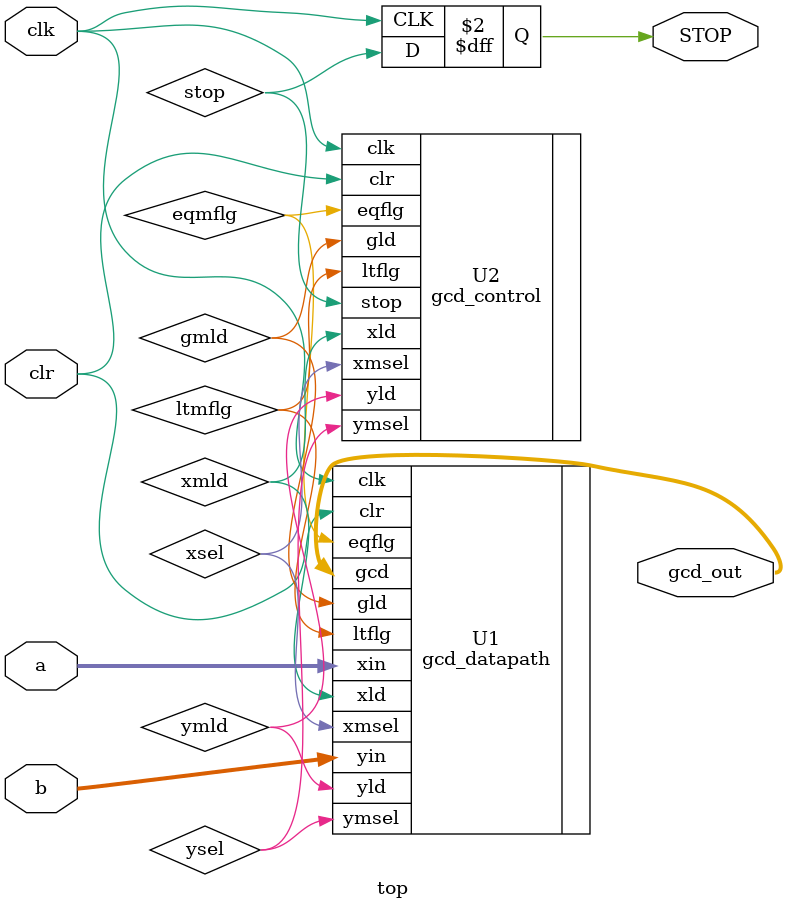
<source format=v>
`timescale 1ns / 1ps

module top(
           input [31:0] a,b,
           output [31:0] gcd_out,
           output reg STOP,
           input clk, clr
           );
           
wire xsel, ysel, xmld, ymld, gmld, eqmflg, ltmflg;
wire stop;

gcd_datapath U1(.clk(clk), 
                .clr(clr), 
                .xmsel(xsel), 
                .ymsel(ysel), 
                .xld(xmld), 
                .yld(ymld), 
                .gld(gmld), 
                .xin(a), 
                .yin(b), 
                .eqflg(eqmflg), 
                .ltflg(ltmflg),
                .gcd(gcd_out));
    
gcd_control U2(.clk(clk), 
                .clr(clr), 
                .eqflg(eqmflg), 
                .ltflg(ltmflg),
                .stop(stop),
                .xld(xmld), 
                .yld(ymld), 
                .xmsel(xsel), 
                .ymsel(ysel), 
                .gld(gmld));
                
    always @ (posedge clk) begin
        STOP <= stop;
        end
        
endmodule

</source>
